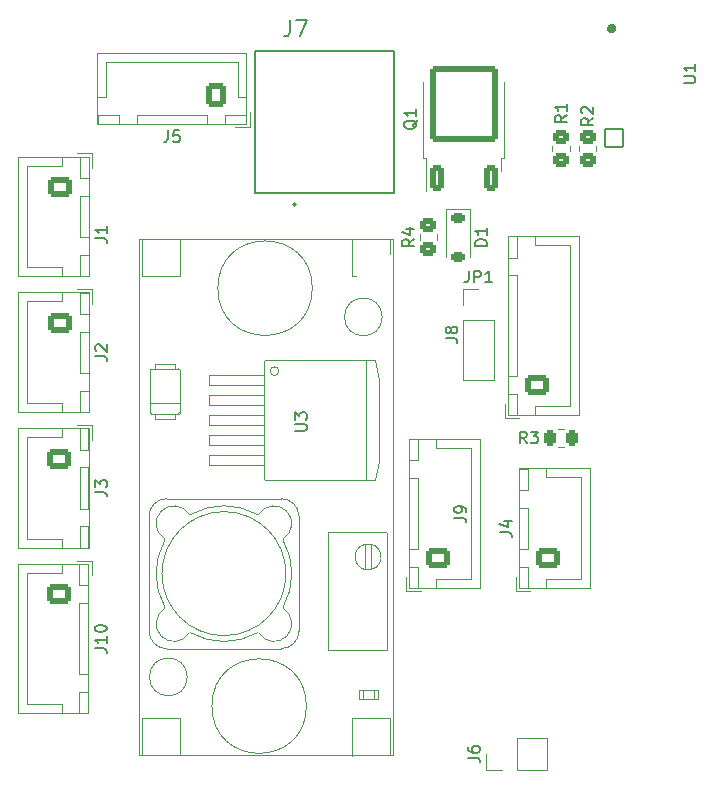
<source format=gbr>
%TF.GenerationSoftware,KiCad,Pcbnew,7.0.2*%
%TF.CreationDate,2024-02-29T19:29:45+01:00*%
%TF.ProjectId,CDFR,43444652-2e6b-4696-9361-645f70636258,rev?*%
%TF.SameCoordinates,Original*%
%TF.FileFunction,Legend,Top*%
%TF.FilePolarity,Positive*%
%FSLAX46Y46*%
G04 Gerber Fmt 4.6, Leading zero omitted, Abs format (unit mm)*
G04 Created by KiCad (PCBNEW 7.0.2) date 2024-02-29 19:29:45*
%MOMM*%
%LPD*%
G01*
G04 APERTURE LIST*
G04 Aperture macros list*
%AMRoundRect*
0 Rectangle with rounded corners*
0 $1 Rounding radius*
0 $2 $3 $4 $5 $6 $7 $8 $9 X,Y pos of 4 corners*
0 Add a 4 corners polygon primitive as box body*
4,1,4,$2,$3,$4,$5,$6,$7,$8,$9,$2,$3,0*
0 Add four circle primitives for the rounded corners*
1,1,$1+$1,$2,$3*
1,1,$1+$1,$4,$5*
1,1,$1+$1,$6,$7*
1,1,$1+$1,$8,$9*
0 Add four rect primitives between the rounded corners*
20,1,$1+$1,$2,$3,$4,$5,0*
20,1,$1+$1,$4,$5,$6,$7,0*
20,1,$1+$1,$6,$7,$8,$9,0*
20,1,$1+$1,$8,$9,$2,$3,0*%
G04 Aperture macros list end*
%ADD10C,0.150000*%
%ADD11C,0.120000*%
%ADD12C,0.400000*%
%ADD13C,0.127000*%
%ADD14C,0.200000*%
%ADD15RoundRect,0.250000X-0.725000X0.600000X-0.725000X-0.600000X0.725000X-0.600000X0.725000X0.600000X0*%
%ADD16O,1.950000X1.700000*%
%ADD17RoundRect,0.250000X0.725000X-0.600000X0.725000X0.600000X-0.725000X0.600000X-0.725000X-0.600000X0*%
%ADD18RoundRect,0.250000X0.600000X0.725000X-0.600000X0.725000X-0.600000X-0.725000X0.600000X-0.725000X0*%
%ADD19O,1.700000X1.950000*%
%ADD20RoundRect,0.250000X0.350000X-0.850000X0.350000X0.850000X-0.350000X0.850000X-0.350000X-0.850000X0*%
%ADD21RoundRect,0.249997X2.650003X-2.950003X2.650003X2.950003X-2.650003X2.950003X-2.650003X-2.950003X0*%
%ADD22RoundRect,0.250000X0.450000X-0.350000X0.450000X0.350000X-0.450000X0.350000X-0.450000X-0.350000X0*%
%ADD23RoundRect,0.250000X-0.262500X-0.450000X0.262500X-0.450000X0.262500X0.450000X-0.262500X0.450000X0*%
%ADD24R,1.700000X1.700000*%
%ADD25O,1.700000X1.700000*%
%ADD26RoundRect,0.102000X-0.762000X0.762000X-0.762000X-0.762000X0.762000X-0.762000X0.762000X0.762000X0*%
%ADD27C,1.728000*%
%ADD28C,6.404000*%
%ADD29R,2.540000X2.540000*%
%ADD30C,2.540000*%
%ADD31RoundRect,0.225000X-0.375000X0.225000X-0.375000X-0.225000X0.375000X-0.225000X0.375000X0.225000X0*%
%ADD32R,2.550000X2.550000*%
%ADD33C,2.550000*%
G04 APERTURE END LIST*
D10*
%TO.C,J10*%
X113512619Y-80059523D02*
X114226904Y-80059523D01*
X114226904Y-80059523D02*
X114369761Y-80107142D01*
X114369761Y-80107142D02*
X114465000Y-80202380D01*
X114465000Y-80202380D02*
X114512619Y-80345237D01*
X114512619Y-80345237D02*
X114512619Y-80440475D01*
X114512619Y-79059523D02*
X114512619Y-79630951D01*
X114512619Y-79345237D02*
X113512619Y-79345237D01*
X113512619Y-79345237D02*
X113655476Y-79440475D01*
X113655476Y-79440475D02*
X113750714Y-79535713D01*
X113750714Y-79535713D02*
X113798333Y-79630951D01*
X113512619Y-78440475D02*
X113512619Y-78345237D01*
X113512619Y-78345237D02*
X113560238Y-78249999D01*
X113560238Y-78249999D02*
X113607857Y-78202380D01*
X113607857Y-78202380D02*
X113703095Y-78154761D01*
X113703095Y-78154761D02*
X113893571Y-78107142D01*
X113893571Y-78107142D02*
X114131666Y-78107142D01*
X114131666Y-78107142D02*
X114322142Y-78154761D01*
X114322142Y-78154761D02*
X114417380Y-78202380D01*
X114417380Y-78202380D02*
X114465000Y-78249999D01*
X114465000Y-78249999D02*
X114512619Y-78345237D01*
X114512619Y-78345237D02*
X114512619Y-78440475D01*
X114512619Y-78440475D02*
X114465000Y-78535713D01*
X114465000Y-78535713D02*
X114417380Y-78583332D01*
X114417380Y-78583332D02*
X114322142Y-78630951D01*
X114322142Y-78630951D02*
X114131666Y-78678570D01*
X114131666Y-78678570D02*
X113893571Y-78678570D01*
X113893571Y-78678570D02*
X113703095Y-78630951D01*
X113703095Y-78630951D02*
X113607857Y-78583332D01*
X113607857Y-78583332D02*
X113560238Y-78535713D01*
X113560238Y-78535713D02*
X113512619Y-78440475D01*
%TO.C,J9*%
X143962619Y-69033333D02*
X144676904Y-69033333D01*
X144676904Y-69033333D02*
X144819761Y-69080952D01*
X144819761Y-69080952D02*
X144915000Y-69176190D01*
X144915000Y-69176190D02*
X144962619Y-69319047D01*
X144962619Y-69319047D02*
X144962619Y-69414285D01*
X144962619Y-68509523D02*
X144962619Y-68319047D01*
X144962619Y-68319047D02*
X144915000Y-68223809D01*
X144915000Y-68223809D02*
X144867380Y-68176190D01*
X144867380Y-68176190D02*
X144724523Y-68080952D01*
X144724523Y-68080952D02*
X144534047Y-68033333D01*
X144534047Y-68033333D02*
X144153095Y-68033333D01*
X144153095Y-68033333D02*
X144057857Y-68080952D01*
X144057857Y-68080952D02*
X144010238Y-68128571D01*
X144010238Y-68128571D02*
X143962619Y-68223809D01*
X143962619Y-68223809D02*
X143962619Y-68414285D01*
X143962619Y-68414285D02*
X144010238Y-68509523D01*
X144010238Y-68509523D02*
X144057857Y-68557142D01*
X144057857Y-68557142D02*
X144153095Y-68604761D01*
X144153095Y-68604761D02*
X144391190Y-68604761D01*
X144391190Y-68604761D02*
X144486428Y-68557142D01*
X144486428Y-68557142D02*
X144534047Y-68509523D01*
X144534047Y-68509523D02*
X144581666Y-68414285D01*
X144581666Y-68414285D02*
X144581666Y-68223809D01*
X144581666Y-68223809D02*
X144534047Y-68128571D01*
X144534047Y-68128571D02*
X144486428Y-68080952D01*
X144486428Y-68080952D02*
X144391190Y-68033333D01*
%TO.C,J5*%
X119716666Y-36212619D02*
X119716666Y-36926904D01*
X119716666Y-36926904D02*
X119669047Y-37069761D01*
X119669047Y-37069761D02*
X119573809Y-37165000D01*
X119573809Y-37165000D02*
X119430952Y-37212619D01*
X119430952Y-37212619D02*
X119335714Y-37212619D01*
X120669047Y-36212619D02*
X120192857Y-36212619D01*
X120192857Y-36212619D02*
X120145238Y-36688809D01*
X120145238Y-36688809D02*
X120192857Y-36641190D01*
X120192857Y-36641190D02*
X120288095Y-36593571D01*
X120288095Y-36593571D02*
X120526190Y-36593571D01*
X120526190Y-36593571D02*
X120621428Y-36641190D01*
X120621428Y-36641190D02*
X120669047Y-36688809D01*
X120669047Y-36688809D02*
X120716666Y-36784047D01*
X120716666Y-36784047D02*
X120716666Y-37022142D01*
X120716666Y-37022142D02*
X120669047Y-37117380D01*
X120669047Y-37117380D02*
X120621428Y-37165000D01*
X120621428Y-37165000D02*
X120526190Y-37212619D01*
X120526190Y-37212619D02*
X120288095Y-37212619D01*
X120288095Y-37212619D02*
X120192857Y-37165000D01*
X120192857Y-37165000D02*
X120145238Y-37117380D01*
%TO.C,Q1*%
X140807857Y-35345238D02*
X140760238Y-35440476D01*
X140760238Y-35440476D02*
X140665000Y-35535714D01*
X140665000Y-35535714D02*
X140522142Y-35678571D01*
X140522142Y-35678571D02*
X140474523Y-35773809D01*
X140474523Y-35773809D02*
X140474523Y-35869047D01*
X140712619Y-35821428D02*
X140665000Y-35916666D01*
X140665000Y-35916666D02*
X140569761Y-36011904D01*
X140569761Y-36011904D02*
X140379285Y-36059523D01*
X140379285Y-36059523D02*
X140045952Y-36059523D01*
X140045952Y-36059523D02*
X139855476Y-36011904D01*
X139855476Y-36011904D02*
X139760238Y-35916666D01*
X139760238Y-35916666D02*
X139712619Y-35821428D01*
X139712619Y-35821428D02*
X139712619Y-35630952D01*
X139712619Y-35630952D02*
X139760238Y-35535714D01*
X139760238Y-35535714D02*
X139855476Y-35440476D01*
X139855476Y-35440476D02*
X140045952Y-35392857D01*
X140045952Y-35392857D02*
X140379285Y-35392857D01*
X140379285Y-35392857D02*
X140569761Y-35440476D01*
X140569761Y-35440476D02*
X140665000Y-35535714D01*
X140665000Y-35535714D02*
X140712619Y-35630952D01*
X140712619Y-35630952D02*
X140712619Y-35821428D01*
X140712619Y-34440476D02*
X140712619Y-35011904D01*
X140712619Y-34726190D02*
X139712619Y-34726190D01*
X139712619Y-34726190D02*
X139855476Y-34821428D01*
X139855476Y-34821428D02*
X139950714Y-34916666D01*
X139950714Y-34916666D02*
X139998333Y-35011904D01*
%TO.C,R1*%
X153462619Y-34916666D02*
X152986428Y-35249999D01*
X153462619Y-35488094D02*
X152462619Y-35488094D01*
X152462619Y-35488094D02*
X152462619Y-35107142D01*
X152462619Y-35107142D02*
X152510238Y-35011904D01*
X152510238Y-35011904D02*
X152557857Y-34964285D01*
X152557857Y-34964285D02*
X152653095Y-34916666D01*
X152653095Y-34916666D02*
X152795952Y-34916666D01*
X152795952Y-34916666D02*
X152891190Y-34964285D01*
X152891190Y-34964285D02*
X152938809Y-35011904D01*
X152938809Y-35011904D02*
X152986428Y-35107142D01*
X152986428Y-35107142D02*
X152986428Y-35488094D01*
X153462619Y-33964285D02*
X153462619Y-34535713D01*
X153462619Y-34249999D02*
X152462619Y-34249999D01*
X152462619Y-34249999D02*
X152605476Y-34345237D01*
X152605476Y-34345237D02*
X152700714Y-34440475D01*
X152700714Y-34440475D02*
X152748333Y-34535713D01*
%TO.C,J2*%
X113562619Y-55333333D02*
X114276904Y-55333333D01*
X114276904Y-55333333D02*
X114419761Y-55380952D01*
X114419761Y-55380952D02*
X114515000Y-55476190D01*
X114515000Y-55476190D02*
X114562619Y-55619047D01*
X114562619Y-55619047D02*
X114562619Y-55714285D01*
X113657857Y-54904761D02*
X113610238Y-54857142D01*
X113610238Y-54857142D02*
X113562619Y-54761904D01*
X113562619Y-54761904D02*
X113562619Y-54523809D01*
X113562619Y-54523809D02*
X113610238Y-54428571D01*
X113610238Y-54428571D02*
X113657857Y-54380952D01*
X113657857Y-54380952D02*
X113753095Y-54333333D01*
X113753095Y-54333333D02*
X113848333Y-54333333D01*
X113848333Y-54333333D02*
X113991190Y-54380952D01*
X113991190Y-54380952D02*
X114562619Y-54952380D01*
X114562619Y-54952380D02*
X114562619Y-54333333D01*
%TO.C,J8*%
X143212619Y-53833333D02*
X143926904Y-53833333D01*
X143926904Y-53833333D02*
X144069761Y-53880952D01*
X144069761Y-53880952D02*
X144165000Y-53976190D01*
X144165000Y-53976190D02*
X144212619Y-54119047D01*
X144212619Y-54119047D02*
X144212619Y-54214285D01*
X143641190Y-53214285D02*
X143593571Y-53309523D01*
X143593571Y-53309523D02*
X143545952Y-53357142D01*
X143545952Y-53357142D02*
X143450714Y-53404761D01*
X143450714Y-53404761D02*
X143403095Y-53404761D01*
X143403095Y-53404761D02*
X143307857Y-53357142D01*
X143307857Y-53357142D02*
X143260238Y-53309523D01*
X143260238Y-53309523D02*
X143212619Y-53214285D01*
X143212619Y-53214285D02*
X143212619Y-53023809D01*
X143212619Y-53023809D02*
X143260238Y-52928571D01*
X143260238Y-52928571D02*
X143307857Y-52880952D01*
X143307857Y-52880952D02*
X143403095Y-52833333D01*
X143403095Y-52833333D02*
X143450714Y-52833333D01*
X143450714Y-52833333D02*
X143545952Y-52880952D01*
X143545952Y-52880952D02*
X143593571Y-52928571D01*
X143593571Y-52928571D02*
X143641190Y-53023809D01*
X143641190Y-53023809D02*
X143641190Y-53214285D01*
X143641190Y-53214285D02*
X143688809Y-53309523D01*
X143688809Y-53309523D02*
X143736428Y-53357142D01*
X143736428Y-53357142D02*
X143831666Y-53404761D01*
X143831666Y-53404761D02*
X144022142Y-53404761D01*
X144022142Y-53404761D02*
X144117380Y-53357142D01*
X144117380Y-53357142D02*
X144165000Y-53309523D01*
X144165000Y-53309523D02*
X144212619Y-53214285D01*
X144212619Y-53214285D02*
X144212619Y-53023809D01*
X144212619Y-53023809D02*
X144165000Y-52928571D01*
X144165000Y-52928571D02*
X144117380Y-52880952D01*
X144117380Y-52880952D02*
X144022142Y-52833333D01*
X144022142Y-52833333D02*
X143831666Y-52833333D01*
X143831666Y-52833333D02*
X143736428Y-52880952D01*
X143736428Y-52880952D02*
X143688809Y-52928571D01*
X143688809Y-52928571D02*
X143641190Y-53023809D01*
%TO.C,R2*%
X155712619Y-35166666D02*
X155236428Y-35499999D01*
X155712619Y-35738094D02*
X154712619Y-35738094D01*
X154712619Y-35738094D02*
X154712619Y-35357142D01*
X154712619Y-35357142D02*
X154760238Y-35261904D01*
X154760238Y-35261904D02*
X154807857Y-35214285D01*
X154807857Y-35214285D02*
X154903095Y-35166666D01*
X154903095Y-35166666D02*
X155045952Y-35166666D01*
X155045952Y-35166666D02*
X155141190Y-35214285D01*
X155141190Y-35214285D02*
X155188809Y-35261904D01*
X155188809Y-35261904D02*
X155236428Y-35357142D01*
X155236428Y-35357142D02*
X155236428Y-35738094D01*
X154807857Y-34785713D02*
X154760238Y-34738094D01*
X154760238Y-34738094D02*
X154712619Y-34642856D01*
X154712619Y-34642856D02*
X154712619Y-34404761D01*
X154712619Y-34404761D02*
X154760238Y-34309523D01*
X154760238Y-34309523D02*
X154807857Y-34261904D01*
X154807857Y-34261904D02*
X154903095Y-34214285D01*
X154903095Y-34214285D02*
X154998333Y-34214285D01*
X154998333Y-34214285D02*
X155141190Y-34261904D01*
X155141190Y-34261904D02*
X155712619Y-34833332D01*
X155712619Y-34833332D02*
X155712619Y-34214285D01*
%TO.C,R3*%
X150083333Y-62712619D02*
X149750000Y-62236428D01*
X149511905Y-62712619D02*
X149511905Y-61712619D01*
X149511905Y-61712619D02*
X149892857Y-61712619D01*
X149892857Y-61712619D02*
X149988095Y-61760238D01*
X149988095Y-61760238D02*
X150035714Y-61807857D01*
X150035714Y-61807857D02*
X150083333Y-61903095D01*
X150083333Y-61903095D02*
X150083333Y-62045952D01*
X150083333Y-62045952D02*
X150035714Y-62141190D01*
X150035714Y-62141190D02*
X149988095Y-62188809D01*
X149988095Y-62188809D02*
X149892857Y-62236428D01*
X149892857Y-62236428D02*
X149511905Y-62236428D01*
X150416667Y-61712619D02*
X151035714Y-61712619D01*
X151035714Y-61712619D02*
X150702381Y-62093571D01*
X150702381Y-62093571D02*
X150845238Y-62093571D01*
X150845238Y-62093571D02*
X150940476Y-62141190D01*
X150940476Y-62141190D02*
X150988095Y-62188809D01*
X150988095Y-62188809D02*
X151035714Y-62284047D01*
X151035714Y-62284047D02*
X151035714Y-62522142D01*
X151035714Y-62522142D02*
X150988095Y-62617380D01*
X150988095Y-62617380D02*
X150940476Y-62665000D01*
X150940476Y-62665000D02*
X150845238Y-62712619D01*
X150845238Y-62712619D02*
X150559524Y-62712619D01*
X150559524Y-62712619D02*
X150464286Y-62665000D01*
X150464286Y-62665000D02*
X150416667Y-62617380D01*
%TO.C,JP1*%
X145166666Y-48092619D02*
X145166666Y-48806904D01*
X145166666Y-48806904D02*
X145119047Y-48949761D01*
X145119047Y-48949761D02*
X145023809Y-49045000D01*
X145023809Y-49045000D02*
X144880952Y-49092619D01*
X144880952Y-49092619D02*
X144785714Y-49092619D01*
X145642857Y-49092619D02*
X145642857Y-48092619D01*
X145642857Y-48092619D02*
X146023809Y-48092619D01*
X146023809Y-48092619D02*
X146119047Y-48140238D01*
X146119047Y-48140238D02*
X146166666Y-48187857D01*
X146166666Y-48187857D02*
X146214285Y-48283095D01*
X146214285Y-48283095D02*
X146214285Y-48425952D01*
X146214285Y-48425952D02*
X146166666Y-48521190D01*
X146166666Y-48521190D02*
X146119047Y-48568809D01*
X146119047Y-48568809D02*
X146023809Y-48616428D01*
X146023809Y-48616428D02*
X145642857Y-48616428D01*
X147166666Y-49092619D02*
X146595238Y-49092619D01*
X146880952Y-49092619D02*
X146880952Y-48092619D01*
X146880952Y-48092619D02*
X146785714Y-48235476D01*
X146785714Y-48235476D02*
X146690476Y-48330714D01*
X146690476Y-48330714D02*
X146595238Y-48378333D01*
%TO.C,J4*%
X147812619Y-70233333D02*
X148526904Y-70233333D01*
X148526904Y-70233333D02*
X148669761Y-70280952D01*
X148669761Y-70280952D02*
X148765000Y-70376190D01*
X148765000Y-70376190D02*
X148812619Y-70519047D01*
X148812619Y-70519047D02*
X148812619Y-70614285D01*
X148145952Y-69328571D02*
X148812619Y-69328571D01*
X147765000Y-69566666D02*
X148479285Y-69804761D01*
X148479285Y-69804761D02*
X148479285Y-69185714D01*
%TO.C,J1*%
X113562619Y-45333333D02*
X114276904Y-45333333D01*
X114276904Y-45333333D02*
X114419761Y-45380952D01*
X114419761Y-45380952D02*
X114515000Y-45476190D01*
X114515000Y-45476190D02*
X114562619Y-45619047D01*
X114562619Y-45619047D02*
X114562619Y-45714285D01*
X114562619Y-44333333D02*
X114562619Y-44904761D01*
X114562619Y-44619047D02*
X113562619Y-44619047D01*
X113562619Y-44619047D02*
X113705476Y-44714285D01*
X113705476Y-44714285D02*
X113800714Y-44809523D01*
X113800714Y-44809523D02*
X113848333Y-44904761D01*
%TO.C,U1*%
X163367619Y-32186904D02*
X164177142Y-32186904D01*
X164177142Y-32186904D02*
X164272380Y-32139285D01*
X164272380Y-32139285D02*
X164320000Y-32091666D01*
X164320000Y-32091666D02*
X164367619Y-31996428D01*
X164367619Y-31996428D02*
X164367619Y-31805952D01*
X164367619Y-31805952D02*
X164320000Y-31710714D01*
X164320000Y-31710714D02*
X164272380Y-31663095D01*
X164272380Y-31663095D02*
X164177142Y-31615476D01*
X164177142Y-31615476D02*
X163367619Y-31615476D01*
X164367619Y-30615476D02*
X164367619Y-31186904D01*
X164367619Y-30901190D02*
X163367619Y-30901190D01*
X163367619Y-30901190D02*
X163510476Y-30996428D01*
X163510476Y-30996428D02*
X163605714Y-31091666D01*
X163605714Y-31091666D02*
X163653333Y-31186904D01*
%TO.C,J3*%
X113537619Y-66833333D02*
X114251904Y-66833333D01*
X114251904Y-66833333D02*
X114394761Y-66880952D01*
X114394761Y-66880952D02*
X114490000Y-66976190D01*
X114490000Y-66976190D02*
X114537619Y-67119047D01*
X114537619Y-67119047D02*
X114537619Y-67214285D01*
X113537619Y-66452380D02*
X113537619Y-65833333D01*
X113537619Y-65833333D02*
X113918571Y-66166666D01*
X113918571Y-66166666D02*
X113918571Y-66023809D01*
X113918571Y-66023809D02*
X113966190Y-65928571D01*
X113966190Y-65928571D02*
X114013809Y-65880952D01*
X114013809Y-65880952D02*
X114109047Y-65833333D01*
X114109047Y-65833333D02*
X114347142Y-65833333D01*
X114347142Y-65833333D02*
X114442380Y-65880952D01*
X114442380Y-65880952D02*
X114490000Y-65928571D01*
X114490000Y-65928571D02*
X114537619Y-66023809D01*
X114537619Y-66023809D02*
X114537619Y-66309523D01*
X114537619Y-66309523D02*
X114490000Y-66404761D01*
X114490000Y-66404761D02*
X114442380Y-66452380D01*
%TO.C,U3*%
X130462619Y-61661904D02*
X131272142Y-61661904D01*
X131272142Y-61661904D02*
X131367380Y-61614285D01*
X131367380Y-61614285D02*
X131415000Y-61566666D01*
X131415000Y-61566666D02*
X131462619Y-61471428D01*
X131462619Y-61471428D02*
X131462619Y-61280952D01*
X131462619Y-61280952D02*
X131415000Y-61185714D01*
X131415000Y-61185714D02*
X131367380Y-61138095D01*
X131367380Y-61138095D02*
X131272142Y-61090476D01*
X131272142Y-61090476D02*
X130462619Y-61090476D01*
X130462619Y-60709523D02*
X130462619Y-60090476D01*
X130462619Y-60090476D02*
X130843571Y-60423809D01*
X130843571Y-60423809D02*
X130843571Y-60280952D01*
X130843571Y-60280952D02*
X130891190Y-60185714D01*
X130891190Y-60185714D02*
X130938809Y-60138095D01*
X130938809Y-60138095D02*
X131034047Y-60090476D01*
X131034047Y-60090476D02*
X131272142Y-60090476D01*
X131272142Y-60090476D02*
X131367380Y-60138095D01*
X131367380Y-60138095D02*
X131415000Y-60185714D01*
X131415000Y-60185714D02*
X131462619Y-60280952D01*
X131462619Y-60280952D02*
X131462619Y-60566666D01*
X131462619Y-60566666D02*
X131415000Y-60661904D01*
X131415000Y-60661904D02*
X131367380Y-60709523D01*
%TO.C,J6*%
X145092619Y-89333333D02*
X145806904Y-89333333D01*
X145806904Y-89333333D02*
X145949761Y-89380952D01*
X145949761Y-89380952D02*
X146045000Y-89476190D01*
X146045000Y-89476190D02*
X146092619Y-89619047D01*
X146092619Y-89619047D02*
X146092619Y-89714285D01*
X145092619Y-88428571D02*
X145092619Y-88619047D01*
X145092619Y-88619047D02*
X145140238Y-88714285D01*
X145140238Y-88714285D02*
X145187857Y-88761904D01*
X145187857Y-88761904D02*
X145330714Y-88857142D01*
X145330714Y-88857142D02*
X145521190Y-88904761D01*
X145521190Y-88904761D02*
X145902142Y-88904761D01*
X145902142Y-88904761D02*
X145997380Y-88857142D01*
X145997380Y-88857142D02*
X146045000Y-88809523D01*
X146045000Y-88809523D02*
X146092619Y-88714285D01*
X146092619Y-88714285D02*
X146092619Y-88523809D01*
X146092619Y-88523809D02*
X146045000Y-88428571D01*
X146045000Y-88428571D02*
X145997380Y-88380952D01*
X145997380Y-88380952D02*
X145902142Y-88333333D01*
X145902142Y-88333333D02*
X145664047Y-88333333D01*
X145664047Y-88333333D02*
X145568809Y-88380952D01*
X145568809Y-88380952D02*
X145521190Y-88428571D01*
X145521190Y-88428571D02*
X145473571Y-88523809D01*
X145473571Y-88523809D02*
X145473571Y-88714285D01*
X145473571Y-88714285D02*
X145521190Y-88809523D01*
X145521190Y-88809523D02*
X145568809Y-88857142D01*
X145568809Y-88857142D02*
X145664047Y-88904761D01*
%TO.C,D1*%
X146712619Y-45988094D02*
X145712619Y-45988094D01*
X145712619Y-45988094D02*
X145712619Y-45749999D01*
X145712619Y-45749999D02*
X145760238Y-45607142D01*
X145760238Y-45607142D02*
X145855476Y-45511904D01*
X145855476Y-45511904D02*
X145950714Y-45464285D01*
X145950714Y-45464285D02*
X146141190Y-45416666D01*
X146141190Y-45416666D02*
X146284047Y-45416666D01*
X146284047Y-45416666D02*
X146474523Y-45464285D01*
X146474523Y-45464285D02*
X146569761Y-45511904D01*
X146569761Y-45511904D02*
X146665000Y-45607142D01*
X146665000Y-45607142D02*
X146712619Y-45749999D01*
X146712619Y-45749999D02*
X146712619Y-45988094D01*
X146712619Y-44464285D02*
X146712619Y-45035713D01*
X146712619Y-44749999D02*
X145712619Y-44749999D01*
X145712619Y-44749999D02*
X145855476Y-44845237D01*
X145855476Y-44845237D02*
X145950714Y-44940475D01*
X145950714Y-44940475D02*
X145998333Y-45035713D01*
%TO.C,J7*%
X130058333Y-26858666D02*
X130058333Y-27858666D01*
X130058333Y-27858666D02*
X129991666Y-28058666D01*
X129991666Y-28058666D02*
X129858333Y-28192000D01*
X129858333Y-28192000D02*
X129658333Y-28258666D01*
X129658333Y-28258666D02*
X129525000Y-28258666D01*
X130591667Y-26858666D02*
X131525000Y-26858666D01*
X131525000Y-26858666D02*
X130925000Y-28258666D01*
%TO.C,R4*%
X140562619Y-45416666D02*
X140086428Y-45749999D01*
X140562619Y-45988094D02*
X139562619Y-45988094D01*
X139562619Y-45988094D02*
X139562619Y-45607142D01*
X139562619Y-45607142D02*
X139610238Y-45511904D01*
X139610238Y-45511904D02*
X139657857Y-45464285D01*
X139657857Y-45464285D02*
X139753095Y-45416666D01*
X139753095Y-45416666D02*
X139895952Y-45416666D01*
X139895952Y-45416666D02*
X139991190Y-45464285D01*
X139991190Y-45464285D02*
X140038809Y-45511904D01*
X140038809Y-45511904D02*
X140086428Y-45607142D01*
X140086428Y-45607142D02*
X140086428Y-45988094D01*
X139895952Y-44559523D02*
X140562619Y-44559523D01*
X139515000Y-44797618D02*
X140229285Y-45035713D01*
X140229285Y-45035713D02*
X140229285Y-44416666D01*
D11*
%TO.C,J10*%
X112960000Y-85560000D02*
X112960000Y-72940000D01*
X110700000Y-85550000D02*
X110700000Y-84800000D01*
X107750000Y-84800000D02*
X107750000Y-79250000D01*
X110700000Y-72950000D02*
X110700000Y-73700000D01*
X106990000Y-72940000D02*
X106990000Y-85560000D01*
X112960000Y-72940000D02*
X106990000Y-72940000D01*
X106990000Y-85560000D02*
X112960000Y-85560000D01*
X112200000Y-83750000D02*
X112200000Y-85550000D01*
X112200000Y-82250000D02*
X112950000Y-82250000D01*
X113250000Y-73900000D02*
X113250000Y-72650000D01*
X110700000Y-84800000D02*
X107750000Y-84800000D01*
X112200000Y-74750000D02*
X112950000Y-74750000D01*
X113250000Y-72650000D02*
X112000000Y-72650000D01*
X112950000Y-72950000D02*
X112200000Y-72950000D01*
X112950000Y-85550000D02*
X112950000Y-83750000D01*
X112200000Y-72950000D02*
X112200000Y-74750000D01*
X112950000Y-83750000D02*
X112200000Y-83750000D01*
X110700000Y-73700000D02*
X107750000Y-73700000D01*
X112950000Y-82250000D02*
X112950000Y-76250000D01*
X112950000Y-74750000D02*
X112950000Y-72950000D01*
X112200000Y-85550000D02*
X112950000Y-85550000D01*
X107750000Y-73700000D02*
X107750000Y-79250000D01*
X112200000Y-76250000D02*
X112200000Y-82250000D01*
X112950000Y-76250000D02*
X112200000Y-76250000D01*
%TO.C,J9*%
X140140000Y-62340000D02*
X140140000Y-74960000D01*
X142400000Y-62350000D02*
X142400000Y-63100000D01*
X145350000Y-63100000D02*
X145350000Y-68650000D01*
X142400000Y-74950000D02*
X142400000Y-74200000D01*
X146110000Y-74960000D02*
X146110000Y-62340000D01*
X140140000Y-74960000D02*
X146110000Y-74960000D01*
X146110000Y-62340000D02*
X140140000Y-62340000D01*
X140900000Y-64150000D02*
X140900000Y-62350000D01*
X140900000Y-65650000D02*
X140150000Y-65650000D01*
X139850000Y-74000000D02*
X139850000Y-75250000D01*
X142400000Y-63100000D02*
X145350000Y-63100000D01*
X140900000Y-73150000D02*
X140150000Y-73150000D01*
X139850000Y-75250000D02*
X141100000Y-75250000D01*
X140150000Y-74950000D02*
X140900000Y-74950000D01*
X140150000Y-62350000D02*
X140150000Y-64150000D01*
X140900000Y-74950000D02*
X140900000Y-73150000D01*
X140150000Y-64150000D02*
X140900000Y-64150000D01*
X142400000Y-74200000D02*
X145350000Y-74200000D01*
X140150000Y-65650000D02*
X140150000Y-71650000D01*
X140150000Y-73150000D02*
X140150000Y-74950000D01*
X140900000Y-62350000D02*
X140150000Y-62350000D01*
X145350000Y-74200000D02*
X145350000Y-68650000D01*
X140900000Y-71650000D02*
X140900000Y-65650000D01*
X140150000Y-71650000D02*
X140900000Y-71650000D01*
%TO.C,J5*%
X113740000Y-35660000D02*
X126360000Y-35660000D01*
X113750000Y-33400000D02*
X114500000Y-33400000D01*
X114500000Y-30450000D02*
X120050000Y-30450000D01*
X126350000Y-33400000D02*
X125600000Y-33400000D01*
X126360000Y-29690000D02*
X113740000Y-29690000D01*
X126360000Y-35660000D02*
X126360000Y-29690000D01*
X113740000Y-29690000D02*
X113740000Y-35660000D01*
X115550000Y-34900000D02*
X113750000Y-34900000D01*
X117050000Y-34900000D02*
X117050000Y-35650000D01*
X125400000Y-35950000D02*
X126650000Y-35950000D01*
X114500000Y-33400000D02*
X114500000Y-30450000D01*
X124550000Y-34900000D02*
X124550000Y-35650000D01*
X126650000Y-35950000D02*
X126650000Y-34700000D01*
X126350000Y-35650000D02*
X126350000Y-34900000D01*
X113750000Y-35650000D02*
X115550000Y-35650000D01*
X126350000Y-34900000D02*
X124550000Y-34900000D01*
X115550000Y-35650000D02*
X115550000Y-34900000D01*
X125600000Y-33400000D02*
X125600000Y-30450000D01*
X117050000Y-35650000D02*
X123050000Y-35650000D01*
X124550000Y-35650000D02*
X126350000Y-35650000D01*
X113750000Y-34900000D02*
X113750000Y-35650000D01*
X125600000Y-30450000D02*
X120050000Y-30450000D01*
X123050000Y-34900000D02*
X117050000Y-34900000D01*
X123050000Y-35650000D02*
X123050000Y-34900000D01*
%TO.C,Q1*%
X141300000Y-38560000D02*
X141570000Y-38560000D01*
X141570000Y-38560000D02*
X141570000Y-41390000D01*
X147930000Y-38560000D02*
X147930000Y-39660000D01*
X148200000Y-38560000D02*
X147930000Y-38560000D01*
X141300000Y-32140000D02*
X141300000Y-38560000D01*
X148200000Y-32140000D02*
X148200000Y-38560000D01*
%TO.C,R1*%
X152265000Y-37977064D02*
X152265000Y-37522936D01*
X153735000Y-37977064D02*
X153735000Y-37522936D01*
%TO.C,J2*%
X113300000Y-49650000D02*
X112050000Y-49650000D01*
X113010000Y-49940000D02*
X107040000Y-49940000D01*
X107040000Y-49940000D02*
X107040000Y-60060000D01*
X113000000Y-49950000D02*
X112250000Y-49950000D01*
X112250000Y-49950000D02*
X112250000Y-51750000D01*
X110750000Y-49950000D02*
X110750000Y-50700000D01*
X110750000Y-50700000D02*
X107800000Y-50700000D01*
X107800000Y-50700000D02*
X107800000Y-55000000D01*
X113300000Y-50900000D02*
X113300000Y-49650000D01*
X113000000Y-51750000D02*
X113000000Y-49950000D01*
X112250000Y-51750000D02*
X113000000Y-51750000D01*
X113000000Y-53250000D02*
X112250000Y-53250000D01*
X112250000Y-53250000D02*
X112250000Y-56750000D01*
X113000000Y-56750000D02*
X113000000Y-53250000D01*
X112250000Y-56750000D02*
X113000000Y-56750000D01*
X113000000Y-58250000D02*
X112250000Y-58250000D01*
X112250000Y-58250000D02*
X112250000Y-60050000D01*
X110750000Y-59300000D02*
X107800000Y-59300000D01*
X107800000Y-59300000D02*
X107800000Y-55000000D01*
X113000000Y-60050000D02*
X113000000Y-58250000D01*
X112250000Y-60050000D02*
X113000000Y-60050000D01*
X110750000Y-60050000D02*
X110750000Y-59300000D01*
X113010000Y-60060000D02*
X113010000Y-49940000D01*
X107040000Y-60060000D02*
X113010000Y-60060000D01*
%TO.C,J8*%
X148225000Y-60600000D02*
X149475000Y-60600000D01*
X148515000Y-60310000D02*
X154485000Y-60310000D01*
X154485000Y-60310000D02*
X154485000Y-45190000D01*
X148525000Y-60300000D02*
X149275000Y-60300000D01*
X149275000Y-60300000D02*
X149275000Y-58500000D01*
X150775000Y-60300000D02*
X150775000Y-59550000D01*
X150775000Y-59550000D02*
X153725000Y-59550000D01*
X153725000Y-59550000D02*
X153725000Y-52750000D01*
X148225000Y-59350000D02*
X148225000Y-60600000D01*
X148525000Y-58500000D02*
X148525000Y-60300000D01*
X149275000Y-58500000D02*
X148525000Y-58500000D01*
X148525000Y-57000000D02*
X149275000Y-57000000D01*
X149275000Y-57000000D02*
X149275000Y-48500000D01*
X148525000Y-48500000D02*
X148525000Y-57000000D01*
X149275000Y-48500000D02*
X148525000Y-48500000D01*
X148525000Y-47000000D02*
X149275000Y-47000000D01*
X149275000Y-47000000D02*
X149275000Y-45200000D01*
X150775000Y-45950000D02*
X153725000Y-45950000D01*
X153725000Y-45950000D02*
X153725000Y-52750000D01*
X148525000Y-45200000D02*
X148525000Y-47000000D01*
X149275000Y-45200000D02*
X148525000Y-45200000D01*
X150775000Y-45200000D02*
X150775000Y-45950000D01*
X148515000Y-45190000D02*
X148515000Y-60310000D01*
X154485000Y-45190000D02*
X148515000Y-45190000D01*
%TO.C,R2*%
X154515000Y-37977064D02*
X154515000Y-37522936D01*
X155985000Y-37977064D02*
X155985000Y-37522936D01*
%TO.C,R3*%
X152772936Y-61515000D02*
X153227064Y-61515000D01*
X152772936Y-62985000D02*
X153227064Y-62985000D01*
%TO.C,JP1*%
X144670000Y-49630000D02*
X146000000Y-49630000D01*
X144670000Y-50960000D02*
X144670000Y-49630000D01*
X144670000Y-52230000D02*
X144670000Y-57370000D01*
X144670000Y-52230000D02*
X147330000Y-52230000D01*
X144670000Y-57370000D02*
X147330000Y-57370000D01*
X147330000Y-52230000D02*
X147330000Y-57370000D01*
%TO.C,J4*%
X149150000Y-75250000D02*
X150400000Y-75250000D01*
X149440000Y-74960000D02*
X155410000Y-74960000D01*
X155410000Y-74960000D02*
X155410000Y-64840000D01*
X149450000Y-74950000D02*
X150200000Y-74950000D01*
X150200000Y-74950000D02*
X150200000Y-73150000D01*
X151700000Y-74950000D02*
X151700000Y-74200000D01*
X151700000Y-74200000D02*
X154650000Y-74200000D01*
X154650000Y-74200000D02*
X154650000Y-69900000D01*
X149150000Y-74000000D02*
X149150000Y-75250000D01*
X149450000Y-73150000D02*
X149450000Y-74950000D01*
X150200000Y-73150000D02*
X149450000Y-73150000D01*
X149450000Y-71650000D02*
X150200000Y-71650000D01*
X150200000Y-71650000D02*
X150200000Y-68150000D01*
X149450000Y-68150000D02*
X149450000Y-71650000D01*
X150200000Y-68150000D02*
X149450000Y-68150000D01*
X149450000Y-66650000D02*
X150200000Y-66650000D01*
X150200000Y-66650000D02*
X150200000Y-64850000D01*
X151700000Y-65600000D02*
X154650000Y-65600000D01*
X154650000Y-65600000D02*
X154650000Y-69900000D01*
X149450000Y-64850000D02*
X149450000Y-66650000D01*
X150200000Y-64850000D02*
X149450000Y-64850000D01*
X151700000Y-64850000D02*
X151700000Y-65600000D01*
X149440000Y-64840000D02*
X149440000Y-74960000D01*
X155410000Y-64840000D02*
X149440000Y-64840000D01*
%TO.C,J1*%
X113300000Y-38150000D02*
X112050000Y-38150000D01*
X113010000Y-38440000D02*
X107040000Y-38440000D01*
X107040000Y-38440000D02*
X107040000Y-48560000D01*
X113000000Y-38450000D02*
X112250000Y-38450000D01*
X112250000Y-38450000D02*
X112250000Y-40250000D01*
X110750000Y-38450000D02*
X110750000Y-39200000D01*
X110750000Y-39200000D02*
X107800000Y-39200000D01*
X107800000Y-39200000D02*
X107800000Y-43500000D01*
X113300000Y-39400000D02*
X113300000Y-38150000D01*
X113000000Y-40250000D02*
X113000000Y-38450000D01*
X112250000Y-40250000D02*
X113000000Y-40250000D01*
X113000000Y-41750000D02*
X112250000Y-41750000D01*
X112250000Y-41750000D02*
X112250000Y-45250000D01*
X113000000Y-45250000D02*
X113000000Y-41750000D01*
X112250000Y-45250000D02*
X113000000Y-45250000D01*
X113000000Y-46750000D02*
X112250000Y-46750000D01*
X112250000Y-46750000D02*
X112250000Y-48550000D01*
X110750000Y-47800000D02*
X107800000Y-47800000D01*
X107800000Y-47800000D02*
X107800000Y-43500000D01*
X113000000Y-48550000D02*
X113000000Y-46750000D01*
X112250000Y-48550000D02*
X113000000Y-48550000D01*
X110750000Y-48550000D02*
X110750000Y-47800000D01*
X113010000Y-48560000D02*
X113010000Y-38440000D01*
X107040000Y-48560000D02*
X113010000Y-48560000D01*
D12*
%TO.C,U1*%
X157470000Y-27600000D02*
G75*
G03*
X157470000Y-27600000I-200000J0D01*
G01*
D11*
%TO.C,J3*%
X113275000Y-61150000D02*
X112025000Y-61150000D01*
X112985000Y-61440000D02*
X107015000Y-61440000D01*
X107015000Y-61440000D02*
X107015000Y-71560000D01*
X112975000Y-61450000D02*
X112225000Y-61450000D01*
X112225000Y-61450000D02*
X112225000Y-63250000D01*
X110725000Y-61450000D02*
X110725000Y-62200000D01*
X110725000Y-62200000D02*
X107775000Y-62200000D01*
X107775000Y-62200000D02*
X107775000Y-66500000D01*
X113275000Y-62400000D02*
X113275000Y-61150000D01*
X112975000Y-63250000D02*
X112975000Y-61450000D01*
X112225000Y-63250000D02*
X112975000Y-63250000D01*
X112975000Y-64750000D02*
X112225000Y-64750000D01*
X112225000Y-64750000D02*
X112225000Y-68250000D01*
X112975000Y-68250000D02*
X112975000Y-64750000D01*
X112225000Y-68250000D02*
X112975000Y-68250000D01*
X112975000Y-69750000D02*
X112225000Y-69750000D01*
X112225000Y-69750000D02*
X112225000Y-71550000D01*
X110725000Y-70800000D02*
X107775000Y-70800000D01*
X107775000Y-70800000D02*
X107775000Y-66500000D01*
X112975000Y-71550000D02*
X112975000Y-69750000D01*
X112225000Y-71550000D02*
X112975000Y-71550000D01*
X110725000Y-71550000D02*
X110725000Y-70800000D01*
X112985000Y-71560000D02*
X112985000Y-61440000D01*
X107015000Y-71560000D02*
X112985000Y-71560000D01*
%TO.C,U3*%
X138725000Y-45375000D02*
X117275000Y-45375000D01*
X117275000Y-45375000D02*
X117275000Y-89125000D01*
X138470000Y-45380000D02*
X138470000Y-46680000D01*
X135315000Y-45380000D02*
X135310000Y-48510000D01*
X120690000Y-45380000D02*
X120690000Y-48510000D01*
X117530000Y-45380000D02*
X117530000Y-48510000D01*
X135620000Y-48510000D02*
X135310000Y-48510000D01*
X120690000Y-48510000D02*
X117530000Y-48510000D01*
X135885851Y-55679233D02*
X135724313Y-55679233D01*
X137252390Y-55680233D02*
X137543329Y-57330233D01*
X127900894Y-55680233D02*
X137252390Y-55680233D01*
X127900894Y-55680233D02*
X127823330Y-55757797D01*
X127823330Y-55757797D02*
X127823330Y-65762670D01*
X120331783Y-55961636D02*
X120331783Y-56411636D01*
X118581783Y-55961636D02*
X120331783Y-55961636D01*
X118581783Y-56411636D02*
X118581783Y-55961636D01*
X118306783Y-56411636D02*
X120606783Y-56411636D01*
X120706783Y-56511636D02*
X120706783Y-60111636D01*
X123193330Y-56940233D02*
X127823330Y-56940233D01*
X123193330Y-56940233D02*
X123193330Y-57780233D01*
X137543329Y-57330233D02*
X137543329Y-64190233D01*
X123193330Y-57780233D02*
X127823330Y-57780233D01*
X123193330Y-58640233D02*
X127823330Y-58640233D01*
X123193330Y-58640233D02*
X123193330Y-59480233D01*
X120606783Y-59341358D02*
X118306783Y-59341358D01*
X123193330Y-59480233D02*
X127823330Y-59480233D01*
X118206783Y-60111636D02*
X118206783Y-56511636D01*
X120606783Y-60211636D02*
X118306783Y-60211636D01*
X120331783Y-60211636D02*
X120331783Y-60661636D01*
X120095304Y-60212636D02*
X120189856Y-60212636D01*
X123193330Y-60340233D02*
X127823330Y-60340233D01*
X123193330Y-60340233D02*
X123193330Y-61180233D01*
X120331783Y-60661636D02*
X118581783Y-60661636D01*
X118581783Y-60661636D02*
X118581783Y-60211636D01*
X123193330Y-61180233D02*
X127823330Y-61180233D01*
X123193330Y-62040233D02*
X127823330Y-62040233D01*
X123193330Y-62040233D02*
X123193330Y-62880233D01*
X123193330Y-62880233D02*
X127823330Y-62880233D01*
X123193330Y-63740233D02*
X127823330Y-63740233D01*
X123193330Y-63740233D02*
X123193330Y-64580233D01*
X137543329Y-64190233D02*
X137252390Y-65840233D01*
X123193330Y-64580233D02*
X127823330Y-64580233D01*
X127823330Y-65762670D02*
X127900894Y-65840233D01*
X136463330Y-65840233D02*
X136463330Y-55680233D01*
X127900894Y-65840233D02*
X137252390Y-65840233D01*
X129304204Y-67397397D02*
X119604204Y-67397397D01*
X118104204Y-68897397D02*
X118104204Y-78597397D01*
X133307706Y-70229783D02*
X138207705Y-70229783D01*
X138257705Y-70279783D02*
X138257705Y-80179783D01*
X136939100Y-71266385D02*
X136907705Y-71290553D01*
X136882706Y-71278594D02*
X136887938Y-71254147D01*
X136882706Y-71278594D02*
X136913925Y-71285764D01*
X136882706Y-71278594D02*
X136907705Y-71290553D01*
X136407706Y-71290553D02*
X136407706Y-73369014D01*
X136907705Y-73369014D02*
X136907705Y-71290553D01*
X130804204Y-78597397D02*
X130804204Y-68897397D01*
X138258705Y-78788978D02*
X138258705Y-78744106D01*
X138258705Y-78872312D02*
X138258705Y-78838357D01*
X119604204Y-80097397D02*
X129304204Y-80097397D01*
X133257706Y-80179783D02*
X133257706Y-70279783D01*
X138207705Y-80229783D02*
X133307706Y-80229783D01*
X137189704Y-83578681D02*
X137189704Y-84378681D01*
X135909705Y-83578681D02*
X137509704Y-83578681D01*
X137509704Y-84378681D02*
X137509704Y-83578681D01*
X137509704Y-84378681D02*
X135909705Y-84378681D01*
X136229705Y-84378681D02*
X136229705Y-83578681D01*
X135909705Y-84378681D02*
X135909705Y-83578681D01*
X138470000Y-85990000D02*
X138470000Y-89105000D01*
X135310000Y-85990000D02*
X138470000Y-85990000D01*
X135310000Y-85990000D02*
X135310000Y-89150000D01*
X120690000Y-85990000D02*
X120690000Y-89105000D01*
X117530000Y-85990000D02*
X120690000Y-85990000D01*
X117530000Y-85990000D02*
X117530000Y-89105000D01*
X138725000Y-89125000D02*
X138725000Y-45375000D01*
X117275000Y-89125000D02*
X138725000Y-89125000D01*
X120706764Y-56511636D02*
G75*
G03*
X120606783Y-56411636I-99964J36D01*
G01*
X118306783Y-56411583D02*
G75*
G03*
X118206783Y-56511636I17J-100017D01*
G01*
X120606783Y-60211583D02*
G75*
G03*
X120706783Y-60111636I17J99983D01*
G01*
X118206764Y-60111636D02*
G75*
G03*
X118306783Y-60211636I100036J36D01*
G01*
X130804203Y-68897397D02*
G75*
G03*
X129304204Y-67397397I-1500003J-3D01*
G01*
X127289832Y-68745191D02*
G75*
G03*
X127423990Y-68711131I49368J86791D01*
G01*
X129490469Y-70777610D02*
G75*
G03*
X127423989Y-68711132I-793629J1272850D01*
G01*
X121484441Y-68711118D02*
G75*
G03*
X121618591Y-68745216I84859J52918D01*
G01*
X127289815Y-68745222D02*
G75*
G03*
X121618590Y-68745219I-2835615J-5002178D01*
G01*
X119604204Y-67397404D02*
G75*
G03*
X118104204Y-68897397I-4J-1499996D01*
G01*
X138257717Y-70279783D02*
G75*
G03*
X138207705Y-70229783I-50017J-17D01*
G01*
X133307706Y-70229806D02*
G75*
G03*
X133257706Y-70279783I-6J-49994D01*
G01*
X121484410Y-68711137D02*
G75*
G03*
X119417938Y-70777611I-1272810J-793663D01*
G01*
X119451995Y-70911767D02*
G75*
G03*
X119417938Y-70777611I-86795J49367D01*
G01*
X129490470Y-70777613D02*
G75*
G03*
X129456384Y-70911783I53030J-84887D01*
G01*
X129456383Y-76583011D02*
G75*
G03*
X129456383Y-70911784I-5002178J2835613D01*
G01*
X136376310Y-71266385D02*
G75*
G03*
X136427473Y-71254148I281390J-1063415D01*
G01*
X119452024Y-70911783D02*
G75*
G03*
X119452024Y-76583011I5002180J-2835614D01*
G01*
X119417924Y-76717161D02*
G75*
G03*
X119452023Y-76583011I-52924J84861D01*
G01*
X129456359Y-76582998D02*
G75*
G03*
X129490469Y-76717183I87041J-49302D01*
G01*
X127423982Y-78783667D02*
G75*
G03*
X129490469Y-76717183I1272818J793667D01*
G01*
X129304204Y-80097404D02*
G75*
G03*
X130804204Y-78597397I-4J1500004D01*
G01*
X121618588Y-78749579D02*
G75*
G03*
X127289817Y-78749576I2835612J5002179D01*
G01*
X127423989Y-78783662D02*
G75*
G03*
X127289816Y-78749578I-84889J-53038D01*
G01*
X119417938Y-76717182D02*
G75*
G03*
X121484418Y-78783662I793622J-1272858D01*
G01*
X121618602Y-78749555D02*
G75*
G03*
X121484417Y-78783663I-49302J-87045D01*
G01*
X118104203Y-78597397D02*
G75*
G03*
X119604204Y-80097397I1499997J-3D01*
G01*
X138207705Y-80229805D02*
G75*
G03*
X138257705Y-80179783I-5J50005D01*
G01*
X133257717Y-80179783D02*
G75*
G03*
X133307706Y-80229783I49983J-17D01*
G01*
X131932582Y-49576666D02*
G75*
G03*
X131932582Y-49576666I-4000000J0D01*
G01*
X137853999Y-52010000D02*
G75*
G03*
X137853999Y-52010000I-1598999J0D01*
G01*
X129110406Y-56603179D02*
G75*
G03*
X129110406Y-56603179I-375000J0D01*
G01*
X129704204Y-73747397D02*
G75*
G03*
X129704204Y-73747397I-5250000J0D01*
G01*
X121344000Y-82490000D02*
G75*
G03*
X121344000Y-82490000I-1599000J0D01*
G01*
X131434794Y-84959307D02*
G75*
G03*
X131434794Y-84959307I-4000000J0D01*
G01*
%TO.C,J6*%
X146630000Y-90330000D02*
X146630000Y-89000000D01*
X147960000Y-90330000D02*
X146630000Y-90330000D01*
X149230000Y-90330000D02*
X151830000Y-90330000D01*
X149230000Y-90330000D02*
X149230000Y-87670000D01*
X151830000Y-90330000D02*
X151830000Y-87670000D01*
X149230000Y-87670000D02*
X151830000Y-87670000D01*
%TO.C,D1*%
X145250000Y-42890000D02*
X143250000Y-42890000D01*
X145250000Y-42890000D02*
X145250000Y-46900000D01*
X143250000Y-42890000D02*
X143250000Y-46900000D01*
D13*
%TO.C,J7*%
X127080000Y-29500000D02*
X138840000Y-29500000D01*
X127080000Y-41500000D02*
X127080000Y-29500000D01*
X138840000Y-29500000D02*
X138840000Y-41500000D01*
X138840000Y-41500000D02*
X127080000Y-41500000D01*
D14*
X130520000Y-42500000D02*
G75*
G03*
X130520000Y-42500000I-100000J0D01*
G01*
D11*
%TO.C,R4*%
X141015000Y-45477064D02*
X141015000Y-45022936D01*
X142485000Y-45477064D02*
X142485000Y-45022936D01*
%TD*%
%LPC*%
D15*
%TO.C,J10*%
X110500000Y-75500000D03*
D16*
X110500000Y-78000000D03*
X110500000Y-80500000D03*
X110500000Y-83000000D03*
%TD*%
D17*
%TO.C,J9*%
X142600000Y-72400000D03*
D16*
X142600000Y-69900000D03*
X142600000Y-67400000D03*
X142600000Y-64900000D03*
%TD*%
D18*
%TO.C,J5*%
X123800000Y-33200000D03*
D19*
X121300000Y-33200000D03*
X118800000Y-33200000D03*
X116300000Y-33200000D03*
%TD*%
D20*
%TO.C,Q1*%
X142470000Y-40290000D03*
D21*
X144750000Y-33990000D03*
D20*
X147030000Y-40290000D03*
%TD*%
D22*
%TO.C,R1*%
X153000000Y-38750000D03*
X153000000Y-36750000D03*
%TD*%
D15*
%TO.C,J2*%
X110550000Y-52500000D03*
D16*
X110550000Y-55000000D03*
X110550000Y-57500000D03*
%TD*%
D17*
%TO.C,J8*%
X150975000Y-57750000D03*
D16*
X150975000Y-55250000D03*
X150975000Y-52750000D03*
X150975000Y-50250000D03*
X150975000Y-47750000D03*
%TD*%
D22*
%TO.C,R2*%
X155250000Y-38750000D03*
X155250000Y-36750000D03*
%TD*%
D23*
%TO.C,R3*%
X152087500Y-62250000D03*
X153912500Y-62250000D03*
%TD*%
D24*
%TO.C,JP1*%
X146000000Y-50960000D03*
D25*
X146000000Y-53500000D03*
X146000000Y-56040000D03*
%TD*%
D17*
%TO.C,J4*%
X151900000Y-72400000D03*
D16*
X151900000Y-69900000D03*
X151900000Y-67400000D03*
%TD*%
D15*
%TO.C,J1*%
X110550000Y-41000000D03*
D16*
X110550000Y-43500000D03*
X110550000Y-46000000D03*
%TD*%
D26*
%TO.C,U1*%
X157500000Y-36870000D03*
D27*
X160040000Y-36870000D03*
X157500000Y-39410000D03*
X160040000Y-39410000D03*
X157500000Y-41950000D03*
X160040000Y-41950000D03*
X157500000Y-44490000D03*
X160040000Y-44490000D03*
X157500000Y-47030000D03*
X160040000Y-47030000D03*
X157500000Y-49570000D03*
X160040000Y-49570000D03*
X157500000Y-52110000D03*
X160040000Y-52110000D03*
X157500000Y-54650000D03*
X160040000Y-54650000D03*
X157500000Y-57190000D03*
X160040000Y-57190000D03*
X157500000Y-59730000D03*
X160040000Y-59730000D03*
X157500000Y-62270000D03*
X160040000Y-62270000D03*
X157500000Y-64810000D03*
X160040000Y-64810000D03*
X157500000Y-67350000D03*
X160040000Y-67350000D03*
X157500000Y-69890000D03*
X160040000Y-69890000D03*
X157500000Y-72430000D03*
X160040000Y-72430000D03*
X157500000Y-74970000D03*
X160040000Y-74970000D03*
X157500000Y-77510000D03*
X160040000Y-77510000D03*
X157500000Y-80050000D03*
X160040000Y-80050000D03*
X157500000Y-82590000D03*
X160040000Y-82590000D03*
X157500000Y-85130000D03*
X160040000Y-85130000D03*
D28*
X158770000Y-32000000D03*
X158770000Y-90000000D03*
X109770000Y-90000000D03*
X109770000Y-32000000D03*
%TD*%
D15*
%TO.C,J3*%
X110525000Y-64000000D03*
D16*
X110525000Y-66500000D03*
X110525000Y-69000000D03*
%TD*%
D29*
%TO.C,U3*%
X136890000Y-46930000D03*
D30*
X119110000Y-46930000D03*
X119110000Y-87570000D03*
X136890000Y-87570000D03*
%TD*%
D24*
%TO.C,J6*%
X147960000Y-89000000D03*
D25*
X150500000Y-89000000D03*
%TD*%
D31*
%TO.C,D1*%
X144250000Y-43600000D03*
X144250000Y-46900000D03*
%TD*%
D32*
%TO.C,J7*%
X130420000Y-39500000D03*
D33*
X135500000Y-39500000D03*
%TD*%
D22*
%TO.C,R4*%
X141750000Y-46250000D03*
X141750000Y-44250000D03*
%TD*%
%LPD*%
M02*

</source>
